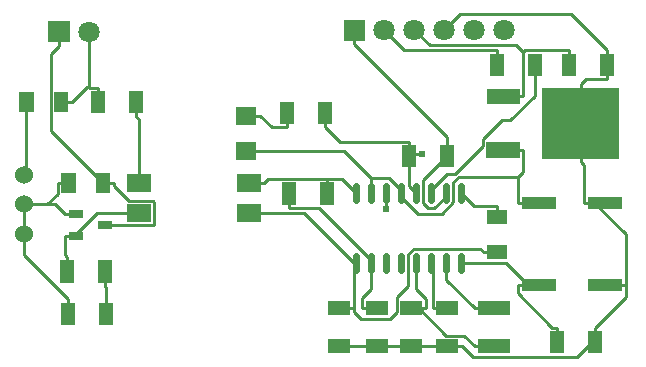
<source format=gtl>
G04 Layer: TopLayer*
G04 EasyEDA v6.4.31, 2022-02-13 10:25:38*
G04 2d099072909c4d34a2351a6f0d7baa55,7002fc846d7841648ca5f2fac868b397,10*
G04 Gerber Generator version 0.2*
G04 Scale: 100 percent, Rotated: No, Reflected: No *
G04 Dimensions in millimeters *
G04 leading zeros omitted , absolute positions ,4 integer and 5 decimal *
%FSLAX45Y45*%
%MOMM*%

%ADD10C,0.2540*%
%ADD11C,0.6000*%
%ADD12C,0.6100*%
%ADD14R,1.2000X1.9000*%
%ADD15R,1.7010X1.2075*%
%ADD16R,1.9000X1.2000*%
%ADD19R,2.7000X1.2000*%
%ADD20R,3.0000X1.0000*%
%ADD21R,2.0000X1.5000*%
%ADD22R,1.2500X0.7000*%
%ADD23R,1.8000X1.5000*%
%ADD24C,1.8000*%
%ADD26C,1.5240*%

%LPD*%
D10*
X4038600Y9000489D02*
G01*
X4820894Y8218195D01*
X4820894Y8051800D01*
X1938020Y6718300D02*
G01*
X1938020Y6938086D01*
X1925320Y6950786D01*
X1925320Y7073900D02*
G01*
X1925320Y6950786D01*
X1605305Y7197013D02*
G01*
X1587804Y7214514D01*
X1587804Y7372604D01*
X1605305Y7073900D02*
G01*
X1605305Y7197013D01*
X1633118Y7372604D02*
G01*
X1660905Y7372604D01*
X1633118Y7372604D02*
G01*
X1587804Y7372604D01*
X1678431Y7372604D02*
G01*
X1660905Y7372604D01*
X1660905Y7372604D02*
G01*
X1857502Y7569200D01*
X2214702Y7569200D01*
X4292600Y9118600D02*
G01*
X4461586Y8949613D01*
X5250179Y8949613D01*
X5250179Y8826500D02*
G01*
X5250179Y8949613D01*
X4702886Y6763994D02*
G01*
X4702886Y7128433D01*
X4686300Y7145020D01*
X4826000Y6763994D02*
G01*
X4702886Y6763994D01*
X5758205Y6600113D02*
G01*
X5713653Y6600113D01*
X5421985Y6891781D01*
X5421985Y6959600D01*
X5758205Y6477000D02*
G01*
X5758205Y6600113D01*
X5600090Y6959600D02*
G01*
X5511038Y6959600D01*
X5511038Y6959600D02*
G01*
X5421985Y6959600D01*
X5511038Y6959600D02*
G01*
X5325618Y7145020D01*
X4940300Y7145020D01*
X4305300Y7603032D02*
G01*
X4305300Y7739379D01*
X4686300Y7739379D02*
G01*
X4686300Y7768920D01*
X4821910Y7904530D01*
X4892014Y7904530D01*
X5128768Y8141284D01*
X5128768Y8194624D01*
X5288661Y8354517D01*
X5359044Y8354517D01*
X5570194Y8565667D01*
X5570194Y8826500D01*
X4038600Y9118600D02*
G01*
X4038600Y9000489D01*
X4813300Y7739379D02*
G01*
X4813300Y7710576D01*
X4712614Y7609890D01*
X4665319Y7609890D01*
X4622800Y7652410D01*
X4622800Y7853705D01*
X4820894Y8051800D01*
X3272815Y7823200D02*
G01*
X3307029Y7857413D01*
X3804894Y7857413D01*
X3144697Y7823200D02*
G01*
X3272815Y7823200D01*
X3804894Y7734300D02*
G01*
X3804894Y7857413D01*
X4051300Y7739379D02*
G01*
X3933266Y7857413D01*
X3804894Y7857413D01*
X3804894Y7734300D02*
G01*
X3804894Y7857413D01*
X4229100Y6763994D02*
G01*
X4105986Y6763994D01*
X4105986Y6763994D02*
G01*
X4105986Y6852132D01*
X4178300Y6924446D01*
X4178300Y7145020D01*
X4178300Y7145020D02*
G01*
X4178300Y7171181D01*
X3738295Y7611186D01*
X3484905Y7611186D01*
X3484905Y7734300D02*
G01*
X3484905Y7611186D01*
X4813300Y7145020D02*
G01*
X4813300Y7007275D01*
X5056581Y6763994D01*
X5219700Y6763994D02*
G01*
X5056581Y6763994D01*
X4644313Y6764020D02*
G01*
X4644313Y6844664D01*
X4559300Y6929678D01*
X4559300Y7145020D01*
X4521200Y6764020D02*
G01*
X4582769Y6764020D01*
X4582769Y6764020D02*
G01*
X4644313Y6764020D01*
X4582769Y6764020D02*
G01*
X4814671Y6532118D01*
X4968443Y6532118D01*
X5056581Y6443979D01*
X5219700Y6443979D02*
G01*
X5056581Y6443979D01*
X5600090Y7658100D02*
G01*
X5421985Y7658100D01*
X5296915Y8103920D02*
G01*
X5465038Y8103920D01*
X3124225Y8092287D02*
G01*
X3954652Y8092287D01*
X4178300Y7868640D01*
X4178300Y7868640D02*
G01*
X4178300Y7739379D01*
X4178300Y7868640D02*
G01*
X4333087Y7868640D01*
X4432300Y7769428D01*
X4432300Y7739379D01*
X4432300Y7739379D02*
G01*
X4432300Y7707274D01*
X4578858Y7560716D01*
X4777231Y7560716D01*
X4876800Y7660284D01*
X4876800Y7831480D01*
X4923739Y7878419D01*
X5421985Y7878419D01*
X5465038Y8103920D02*
G01*
X5465038Y7921472D01*
X5421985Y7878419D01*
X5421985Y7878419D02*
G01*
X5421985Y7658100D01*
X5300979Y8558479D02*
G01*
X5469102Y8558479D01*
X5859779Y8826500D02*
G01*
X5859779Y8949613D01*
X5469102Y8931783D02*
G01*
X5410377Y8990507D01*
X4674692Y8990507D01*
X4546600Y9118600D01*
X5469102Y8558479D02*
G01*
X5469102Y8931783D01*
X5469102Y8931783D02*
G01*
X5486933Y8949613D01*
X5859779Y8949613D01*
X2018995Y7467600D02*
G01*
X2020519Y7466076D01*
X2335402Y7466076D01*
X2342845Y7473518D01*
X2342845Y7664907D01*
X2335402Y7672349D01*
X2130399Y7672349D01*
X2001672Y7801076D01*
X2001672Y7823200D01*
X1928368Y7467600D02*
G01*
X2018995Y7467600D01*
X1913178Y7823200D02*
G01*
X2001672Y7823200D01*
X1536700Y9105900D02*
G01*
X1536700Y8987789D01*
X1678431Y7562595D02*
G01*
X1587804Y7562595D01*
X1618005Y6718300D02*
G01*
X1618005Y6841413D01*
X1244600Y7645374D02*
G01*
X1439595Y7645374D01*
X1439595Y7645374D02*
G01*
X1505026Y7645374D01*
X1587804Y7562595D01*
X1439595Y7645374D02*
G01*
X1528927Y7734706D01*
X1528927Y7823200D01*
X1617421Y7823200D02*
G01*
X1528927Y7823200D01*
X1618005Y6841413D02*
G01*
X1244600Y7214819D01*
X1244600Y7395387D01*
X1244600Y7395387D02*
G01*
X1244600Y7645374D01*
X3911574Y6763994D02*
G01*
X4034688Y6763994D01*
X4034688Y7145020D02*
G01*
X4051300Y7145020D01*
X3144697Y7569200D02*
G01*
X3610508Y7569200D01*
X4034688Y7145020D01*
X4034688Y7145020D02*
G01*
X4034688Y6763994D01*
X4034688Y6763994D02*
G01*
X4034688Y6735216D01*
X4096994Y6672910D01*
X4336389Y6672910D01*
X4398086Y6734606D01*
X4398086Y6858203D01*
X4495800Y6955917D01*
X4495800Y7224166D01*
X4541062Y7269429D01*
X5106034Y7269429D01*
X5131943Y7243521D01*
X5245100Y7243521D02*
G01*
X5131943Y7243521D01*
X5245100Y7627772D02*
G01*
X5051907Y7627772D01*
X4940300Y7739379D01*
X5245100Y7539278D02*
G01*
X5245100Y7627772D01*
X2214702Y7823200D02*
G01*
X2214702Y8363204D01*
X2192020Y8385886D01*
X2192020Y8509000D02*
G01*
X2192020Y8385886D01*
X4826000Y6443979D02*
G01*
X4644313Y6443979D01*
X4644313Y6444005D01*
X6078194Y6600113D02*
G01*
X6338214Y6860133D01*
X6338214Y6959600D01*
X6160109Y6959600D02*
G01*
X6338214Y6959600D01*
X4582769Y6444005D02*
G01*
X4644313Y6444005D01*
X4582769Y6444005D02*
G01*
X4521200Y6444005D01*
X4521200Y6444005D02*
G01*
X4352213Y6444005D01*
X4352213Y6443979D01*
X6179794Y8703386D02*
G01*
X5999352Y8703386D01*
X5955284Y8659317D01*
X5955284Y8331200D02*
G01*
X5955284Y8659317D01*
X6179794Y8826500D02*
G01*
X6179794Y8703386D01*
X4800600Y9118600D02*
G01*
X4934889Y9252889D01*
X5876518Y9252889D01*
X6179794Y8949613D01*
X6179794Y8826500D02*
G01*
X6179794Y8949613D01*
X6078194Y6538569D02*
G01*
X6078194Y6504609D01*
X6078194Y6477000D02*
G01*
X6078194Y6504609D01*
X6078194Y6538569D02*
G01*
X6078194Y6600113D01*
X6078194Y6504609D02*
G01*
X5927445Y6353860D01*
X5039233Y6353860D01*
X4949113Y6443979D01*
X4826000Y6443979D02*
G01*
X4949113Y6443979D01*
X5981979Y7658100D02*
G01*
X5981979Y7976387D01*
X5955284Y8003082D01*
X5955284Y8331200D02*
G01*
X5955284Y8003082D01*
X4559300Y7739379D02*
G01*
X4500905Y7797774D01*
X4500905Y8051800D01*
X4500905Y8174913D02*
G01*
X3914292Y8174913D01*
X3792220Y8296986D01*
X3792220Y8420100D02*
G01*
X3792220Y8296986D01*
X4290669Y6443979D02*
G01*
X4352213Y6443979D01*
X4290669Y6443979D02*
G01*
X4229100Y6443979D01*
X4229100Y6443979D02*
G01*
X3911574Y6443979D01*
X6160109Y7658100D02*
G01*
X6071057Y7658100D01*
X6071057Y7658100D02*
G01*
X5981979Y7658100D01*
X6071057Y7658100D02*
G01*
X6338214Y7390942D01*
X6338214Y6959600D01*
X4612614Y8066836D02*
G01*
X4500905Y8066836D01*
X4500905Y8051800D02*
G01*
X4500905Y8066836D01*
X4500905Y8066836D02*
G01*
X4500905Y8174913D01*
X3242335Y8392287D02*
G01*
X3337636Y8296986D01*
X3472205Y8296986D01*
X3472205Y8420100D02*
G01*
X3472205Y8296986D01*
X3124225Y8392287D02*
G01*
X3242335Y8392287D01*
X1244600Y7895386D02*
G01*
X1261821Y7912608D01*
X1261821Y8509000D01*
X1557578Y8509000D02*
G01*
X1646072Y8509000D01*
X1790700Y9105900D02*
G01*
X1790700Y8637422D01*
X1872005Y8632113D02*
G01*
X1796008Y8632113D01*
X1790700Y8637422D01*
X1790700Y8637422D02*
G01*
X1774494Y8637422D01*
X1646072Y8509000D01*
X1872005Y8509000D02*
G01*
X1872005Y8632113D01*
X1536700Y8987789D02*
G01*
X1469059Y8920149D01*
X1469059Y8267319D01*
X1913178Y7823200D01*
D11*
X4940300Y7679380D02*
G01*
X4940300Y7799379D01*
X4813300Y7679380D02*
G01*
X4813300Y7799379D01*
X4686300Y7679380D02*
G01*
X4686300Y7799379D01*
X4559300Y7679380D02*
G01*
X4559300Y7799379D01*
X4432300Y7679380D02*
G01*
X4432300Y7799379D01*
X4305300Y7679380D02*
G01*
X4305300Y7799379D01*
X4178300Y7679380D02*
G01*
X4178300Y7799379D01*
X4051300Y7679380D02*
G01*
X4051300Y7799379D01*
X4940300Y7085020D02*
G01*
X4940300Y7205019D01*
X4813300Y7085020D02*
G01*
X4813300Y7205019D01*
X4686300Y7085020D02*
G01*
X4686300Y7205019D01*
X4559300Y7085020D02*
G01*
X4559300Y7205019D01*
X4432300Y7085020D02*
G01*
X4432300Y7205019D01*
X4305300Y7085020D02*
G01*
X4305300Y7205019D01*
X4178300Y7085020D02*
G01*
X4178300Y7205019D01*
X4051300Y7085020D02*
G01*
X4051300Y7205019D01*
G36*
X1497200Y8423950D02*
G01*
X1497200Y8594049D01*
X1617952Y8594049D01*
X1617952Y8423950D01*
G37*
G36*
X1322199Y8423950D02*
G01*
X1322199Y8594049D01*
X1201447Y8594049D01*
X1201447Y8423950D01*
G37*
D14*
G01*
X3472205Y8420100D03*
G01*
X3792194Y8420100D03*
G01*
X1872005Y8509000D03*
G01*
X2191994Y8509000D03*
G36*
X5330149Y7478900D02*
G01*
X5160050Y7478900D01*
X5160050Y7599652D01*
X5330149Y7599652D01*
G37*
D15*
G01*
X5245100Y7243521D03*
G36*
X1677799Y7908249D02*
G01*
X1677799Y7738150D01*
X1557047Y7738150D01*
X1557047Y7908249D01*
G37*
G36*
X1852800Y7908249D02*
G01*
X1852800Y7738150D01*
X1973552Y7738150D01*
X1973552Y7908249D01*
G37*
D16*
G01*
X3911574Y6763994D03*
G01*
X3911574Y6443979D03*
G36*
X5630283Y8631199D02*
G01*
X6280284Y8631199D01*
X6280284Y8031200D01*
X5630283Y8031200D01*
G37*
G36*
X5160980Y8623480D02*
G01*
X5440979Y8623480D01*
X5440979Y8493478D01*
X5160980Y8493478D01*
G37*
G36*
X5156916Y8168921D02*
G01*
X5436915Y8168921D01*
X5436915Y8038919D01*
X5156916Y8038919D01*
G37*
D19*
G01*
X5219700Y6443979D03*
G01*
X5219700Y6763994D03*
D16*
G01*
X4229100Y6763994D03*
G01*
X4229100Y6443979D03*
G36*
X3744907Y7829301D02*
G01*
X3864907Y7829301D01*
X3864907Y7639298D01*
X3744907Y7639298D01*
G37*
G36*
X3424892Y7829301D02*
G01*
X3544892Y7829301D01*
X3544892Y7639298D01*
X3424892Y7639298D01*
G37*
G36*
X4760907Y8146801D02*
G01*
X4880907Y8146801D01*
X4880907Y7956798D01*
X4760907Y7956798D01*
G37*
G36*
X4440892Y8146801D02*
G01*
X4560892Y8146801D01*
X4560892Y7956798D01*
X4440892Y7956798D01*
G37*
D14*
G01*
X5570194Y8826500D03*
G01*
X5250179Y8826500D03*
D20*
G01*
X5600090Y7658100D03*
G01*
X6160109Y7658100D03*
D21*
G01*
X2214702Y7823200D03*
G01*
X2214702Y7569200D03*
G01*
X3144697Y7569200D03*
G01*
X3144697Y7823200D03*
D22*
G01*
X1928368Y7467600D03*
G01*
X1678431Y7372604D03*
G01*
X1678431Y7562595D03*
D20*
G01*
X5600090Y6959600D03*
G01*
X6160109Y6959600D03*
D14*
G01*
X6179794Y8826500D03*
G01*
X5859779Y8826500D03*
D16*
G01*
X4521200Y6444005D03*
G01*
X4521200Y6764020D03*
G36*
X1545300Y7168901D02*
G01*
X1665300Y7168901D01*
X1665300Y6978898D01*
X1545300Y6978898D01*
G37*
G36*
X1865315Y7168901D02*
G01*
X1985314Y7168901D01*
X1985314Y6978898D01*
X1865315Y6978898D01*
G37*
D14*
G01*
X5758205Y6477000D03*
G01*
X6078194Y6477000D03*
D16*
G01*
X4826000Y6763994D03*
G01*
X4826000Y6443979D03*
D14*
G01*
X1618005Y6718300D03*
G01*
X1938020Y6718300D03*
D23*
G01*
X3124225Y8092287D03*
G01*
X3124225Y8392287D03*
D24*
G01*
X5308600Y9118600D03*
G01*
X5054600Y9118600D03*
G01*
X4800600Y9118600D03*
G01*
X4546600Y9118600D03*
G01*
X4292600Y9118600D03*
G36*
X3948600Y9208599D02*
G01*
X4128599Y9208599D01*
X4128599Y9028600D01*
X3948600Y9028600D01*
G37*
G01*
X1790700Y9105900D03*
G36*
X1446700Y9195899D02*
G01*
X1626699Y9195899D01*
X1626699Y9015900D01*
X1446700Y9015900D01*
G37*
D26*
G01*
X1244600Y7645374D03*
G01*
X1244600Y7895386D03*
G01*
X1244600Y7395387D03*
D12*
G01*
X4612614Y8066836D03*
G01*
X4305300Y7603032D03*
M02*

</source>
